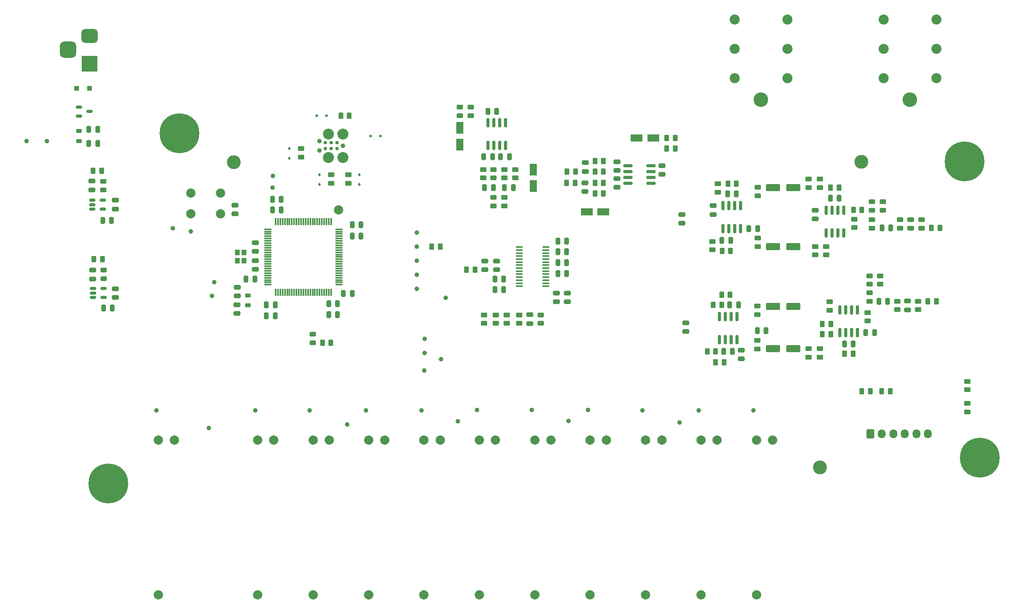
<source format=gbr>
%TF.GenerationSoftware,KiCad,Pcbnew,8.0.6-8.0.6-0~ubuntu22.04.1*%
%TF.CreationDate,2024-11-15T16:44:39-05:00*%
%TF.ProjectId,multi-band-equalizer,6d756c74-692d-4626-916e-642d65717561,rev?*%
%TF.SameCoordinates,Original*%
%TF.FileFunction,Soldermask,Top*%
%TF.FilePolarity,Negative*%
%FSLAX46Y46*%
G04 Gerber Fmt 4.6, Leading zero omitted, Abs format (unit mm)*
G04 Created by KiCad (PCBNEW 8.0.6-8.0.6-0~ubuntu22.04.1) date 2024-11-15 16:44:39*
%MOMM*%
%LPD*%
G01*
G04 APERTURE LIST*
G04 Aperture macros list*
%AMRoundRect*
0 Rectangle with rounded corners*
0 $1 Rounding radius*
0 $2 $3 $4 $5 $6 $7 $8 $9 X,Y pos of 4 corners*
0 Add a 4 corners polygon primitive as box body*
4,1,4,$2,$3,$4,$5,$6,$7,$8,$9,$2,$3,0*
0 Add four circle primitives for the rounded corners*
1,1,$1+$1,$2,$3*
1,1,$1+$1,$4,$5*
1,1,$1+$1,$6,$7*
1,1,$1+$1,$8,$9*
0 Add four rect primitives between the rounded corners*
20,1,$1+$1,$2,$3,$4,$5,0*
20,1,$1+$1,$4,$5,$6,$7,0*
20,1,$1+$1,$6,$7,$8,$9,0*
20,1,$1+$1,$8,$9,$2,$3,0*%
G04 Aperture macros list end*
%ADD10RoundRect,0.250000X0.262500X0.450000X-0.262500X0.450000X-0.262500X-0.450000X0.262500X-0.450000X0*%
%ADD11RoundRect,0.250000X0.450000X-0.262500X0.450000X0.262500X-0.450000X0.262500X-0.450000X-0.262500X0*%
%ADD12C,1.000000*%
%ADD13RoundRect,0.250000X-0.262500X-0.450000X0.262500X-0.450000X0.262500X0.450000X-0.262500X0.450000X0*%
%ADD14RoundRect,0.250000X0.250000X0.475000X-0.250000X0.475000X-0.250000X-0.475000X0.250000X-0.475000X0*%
%ADD15RoundRect,0.250000X-0.475000X0.250000X-0.475000X-0.250000X0.475000X-0.250000X0.475000X0.250000X0*%
%ADD16RoundRect,0.250000X-0.250000X-0.475000X0.250000X-0.475000X0.250000X0.475000X-0.250000X0.475000X0*%
%ADD17RoundRect,0.250000X-0.450000X0.262500X-0.450000X-0.262500X0.450000X-0.262500X0.450000X0.262500X0*%
%ADD18RoundRect,0.150000X0.150000X-0.825000X0.150000X0.825000X-0.150000X0.825000X-0.150000X-0.825000X0*%
%ADD19RoundRect,0.250000X0.475000X-0.250000X0.475000X0.250000X-0.475000X0.250000X-0.475000X-0.250000X0*%
%ADD20RoundRect,0.150000X-0.512500X-0.150000X0.512500X-0.150000X0.512500X0.150000X-0.512500X0.150000X0*%
%ADD21RoundRect,0.250000X-0.550000X1.050000X-0.550000X-1.050000X0.550000X-1.050000X0.550000X1.050000X0*%
%ADD22RoundRect,0.250000X-1.250000X-0.550000X1.250000X-0.550000X1.250000X0.550000X-1.250000X0.550000X0*%
%ADD23C,3.000000*%
%ADD24C,0.900000*%
%ADD25C,8.600000*%
%ADD26RoundRect,0.112500X0.187500X0.112500X-0.187500X0.112500X-0.187500X-0.112500X0.187500X-0.112500X0*%
%ADD27RoundRect,0.150000X-0.150000X0.825000X-0.150000X-0.825000X0.150000X-0.825000X0.150000X0.825000X0*%
%ADD28RoundRect,0.218750X-0.381250X0.218750X-0.381250X-0.218750X0.381250X-0.218750X0.381250X0.218750X0*%
%ADD29RoundRect,0.112500X-0.187500X-0.112500X0.187500X-0.112500X0.187500X0.112500X-0.187500X0.112500X0*%
%ADD30RoundRect,0.243750X-0.456250X0.243750X-0.456250X-0.243750X0.456250X-0.243750X0.456250X0.243750X0*%
%ADD31R,1.000000X1.150000*%
%ADD32RoundRect,0.112500X-0.112500X0.187500X-0.112500X-0.187500X0.112500X-0.187500X0.112500X0.187500X0*%
%ADD33R,3.500000X3.500000*%
%ADD34RoundRect,0.750000X-1.000000X0.750000X-1.000000X-0.750000X1.000000X-0.750000X1.000000X0.750000X0*%
%ADD35RoundRect,0.875000X-0.875000X0.875000X-0.875000X-0.875000X0.875000X-0.875000X0.875000X0.875000X0*%
%ADD36C,2.000000*%
%ADD37RoundRect,0.250000X-0.600000X-0.725000X0.600000X-0.725000X0.600000X0.725000X-0.600000X0.725000X0*%
%ADD38O,1.700000X1.950000*%
%ADD39RoundRect,0.250000X-1.050000X-0.550000X1.050000X-0.550000X1.050000X0.550000X-1.050000X0.550000X0*%
%ADD40RoundRect,0.243750X0.456250X-0.243750X0.456250X0.243750X-0.456250X0.243750X-0.456250X-0.243750X0*%
%ADD41RoundRect,0.250000X0.550000X-1.050000X0.550000X1.050000X-0.550000X1.050000X-0.550000X-1.050000X0*%
%ADD42C,2.175000*%
%ADD43C,3.150000*%
%ADD44C,2.374900*%
%ADD45C,0.990600*%
%ADD46C,0.787400*%
%ADD47RoundRect,0.150000X-0.825000X-0.150000X0.825000X-0.150000X0.825000X0.150000X-0.825000X0.150000X0*%
%ADD48RoundRect,0.075000X-0.725000X-0.075000X0.725000X-0.075000X0.725000X0.075000X-0.725000X0.075000X0*%
%ADD49RoundRect,0.075000X-0.075000X-0.725000X0.075000X-0.725000X0.075000X0.725000X-0.075000X0.725000X0*%
%ADD50RoundRect,0.100000X-0.637500X-0.100000X0.637500X-0.100000X0.637500X0.100000X-0.637500X0.100000X0*%
%ADD51RoundRect,0.250000X-0.300000X-0.300000X0.300000X-0.300000X0.300000X0.300000X-0.300000X0.300000X0*%
%ADD52RoundRect,0.250000X1.050000X0.550000X-1.050000X0.550000X-1.050000X-0.550000X1.050000X-0.550000X0*%
%ADD53C,0.001000*%
G04 APERTURE END LIST*
D10*
%TO.C,R18*%
X214652500Y-188162500D03*
X212827500Y-188162500D03*
%TD*%
D11*
%TO.C,R62*%
X371520000Y-206392500D03*
X371520000Y-204567500D03*
%TD*%
D12*
%TO.C,TP22*%
X291777500Y-242475000D03*
%TD*%
D13*
%TO.C,R10*%
X262487500Y-225430000D03*
X264312500Y-225430000D03*
%TD*%
D14*
%TO.C,C16*%
X301705000Y-213925000D03*
X299805000Y-213925000D03*
%TD*%
D11*
%TO.C,R8*%
X297505000Y-221225000D03*
X297505000Y-219400000D03*
%TD*%
D15*
%TO.C,C64*%
X340320000Y-197630000D03*
X340320000Y-199530000D03*
%TD*%
D12*
%TO.C,TP20*%
X289137500Y-215675000D03*
%TD*%
D14*
%TO.C,C7*%
X252230000Y-219630000D03*
X250330000Y-219630000D03*
%TD*%
D16*
%TO.C,C46*%
X380135000Y-223245000D03*
X382035000Y-223245000D03*
%TD*%
D11*
%TO.C,R72*%
X301910016Y-195782500D03*
X301910016Y-193957500D03*
%TD*%
D17*
%TO.C,R67*%
X348095000Y-190982500D03*
X348095000Y-192807500D03*
%TD*%
D16*
%TO.C,C30*%
X211890000Y-179240000D03*
X213790000Y-179240000D03*
%TD*%
D10*
%TO.C,R5*%
X295517500Y-209610000D03*
X293692500Y-209610000D03*
%TD*%
D15*
%TO.C,C79*%
X326220000Y-189835000D03*
X326220000Y-191735000D03*
%TD*%
D17*
%TO.C,R63*%
X356720000Y-202767500D03*
X356720000Y-204592500D03*
%TD*%
D18*
%TO.C,U9*%
X298310000Y-182685000D03*
X299580000Y-182685000D03*
X300850000Y-182685000D03*
X302120000Y-182685000D03*
X302120000Y-177735000D03*
X300850000Y-177735000D03*
X299580000Y-177735000D03*
X298310000Y-177735000D03*
%TD*%
D16*
%TO.C,C15*%
X313430000Y-208040000D03*
X315330000Y-208040000D03*
%TD*%
D11*
%TO.C,R35*%
X386955000Y-218270000D03*
X386955000Y-216445000D03*
%TD*%
%TO.C,R47*%
X369220000Y-206392500D03*
X369220000Y-204567500D03*
%TD*%
D19*
%TO.C,C1*%
X247947500Y-205625000D03*
X247947500Y-203725000D03*
%TD*%
D20*
%TO.C,Q1*%
X209790000Y-174400000D03*
X209790000Y-176300000D03*
X212065000Y-175350000D03*
%TD*%
D19*
%TO.C,C57*%
X341120000Y-222980000D03*
X341120000Y-221080000D03*
%TD*%
D15*
%TO.C,C76*%
X336020000Y-187085000D03*
X336020000Y-188985000D03*
%TD*%
D12*
%TO.C,TP10*%
X282945000Y-204625000D03*
%TD*%
D10*
%TO.C,R15*%
X381102500Y-235910000D03*
X379277500Y-235910000D03*
%TD*%
D11*
%TO.C,R39*%
X367720000Y-228542500D03*
X367720000Y-226717500D03*
%TD*%
D13*
%TO.C,R60*%
X349020000Y-205580000D03*
X350845000Y-205580000D03*
%TD*%
D21*
%TO.C,C74*%
X308170000Y-187910000D03*
X308170000Y-191510000D03*
%TD*%
D22*
%TO.C,C60*%
X360020000Y-226730000D03*
X364420000Y-226730000D03*
%TD*%
D15*
%TO.C,C28*%
X217665000Y-213712500D03*
X217665000Y-215612500D03*
%TD*%
D16*
%TO.C,C68*%
X297562508Y-191825000D03*
X299462508Y-191825000D03*
%TD*%
D12*
%TO.C,TP8*%
X282945000Y-210725000D03*
%TD*%
D15*
%TO.C,C56*%
X353220000Y-227030000D03*
X353220000Y-228930000D03*
%TD*%
D13*
%TO.C,R82*%
X337007500Y-183385000D03*
X338832500Y-183385000D03*
%TD*%
%TO.C,R80*%
X315345000Y-190802508D03*
X317170000Y-190802508D03*
%TD*%
D15*
%TO.C,C18*%
X297680000Y-207710000D03*
X297680000Y-209610000D03*
%TD*%
D23*
%TO.C,FID3*%
X370190000Y-252460000D03*
%TD*%
D16*
%TO.C,C29*%
X215077500Y-217912500D03*
X216977500Y-217912500D03*
%TD*%
D18*
%TO.C,U8*%
X349205000Y-200680000D03*
X350475000Y-200680000D03*
X351745000Y-200680000D03*
X353015000Y-200680000D03*
X353015000Y-195730000D03*
X351745000Y-195730000D03*
X350475000Y-195730000D03*
X349205000Y-195730000D03*
%TD*%
D14*
%TO.C,C61*%
X350870000Y-203280000D03*
X348970000Y-203280000D03*
%TD*%
D15*
%TO.C,C63*%
X347085000Y-195730000D03*
X347085000Y-197630000D03*
%TD*%
D11*
%TO.C,R43*%
X381470000Y-200592500D03*
X381470000Y-198767500D03*
%TD*%
D14*
%TO.C,C73*%
X303802508Y-191815000D03*
X301902508Y-191815000D03*
%TD*%
D13*
%TO.C,R76*%
X321495000Y-186022508D03*
X323320000Y-186022508D03*
%TD*%
D16*
%TO.C,C14*%
X313430000Y-210440000D03*
X315330000Y-210440000D03*
%TD*%
D12*
%TO.C,TP12*%
X202830000Y-181710000D03*
%TD*%
D17*
%TO.C,R4*%
X257840000Y-183375000D03*
X257840000Y-185200000D03*
%TD*%
D11*
%TO.C,R30*%
X380955000Y-212747500D03*
X380955000Y-210922500D03*
%TD*%
D12*
%TO.C,TP19*%
X239047500Y-212295000D03*
%TD*%
D19*
%TO.C,C52*%
X389870000Y-200630000D03*
X389870000Y-198730000D03*
%TD*%
D17*
%TO.C,R31*%
X383235000Y-210917500D03*
X383235000Y-212742500D03*
%TD*%
D14*
%TO.C,C10*%
X247850000Y-211675000D03*
X245950000Y-211675000D03*
%TD*%
D16*
%TO.C,C53*%
X372475000Y-194080000D03*
X374375000Y-194080000D03*
%TD*%
D20*
%TO.C,U3*%
X212777500Y-213700000D03*
X212777500Y-214650000D03*
X212777500Y-215600000D03*
X215052500Y-215600000D03*
X215052500Y-213700000D03*
%TD*%
D11*
%TO.C,R70*%
X299462508Y-189725000D03*
X299462508Y-187900000D03*
%TD*%
D24*
%TO.C,H2*%
X398295000Y-186110000D03*
X399239581Y-183829581D03*
X399239581Y-188390419D03*
X401520000Y-182885000D03*
D25*
X401520000Y-186110000D03*
D24*
X401520000Y-189335000D03*
X403800419Y-183829581D03*
X403800419Y-188390419D03*
X404745000Y-186110000D03*
%TD*%
D22*
%TO.C,C62*%
X360020000Y-204580000D03*
X364420000Y-204580000D03*
%TD*%
D16*
%TO.C,C34*%
X214915000Y-198912500D03*
X216815000Y-198912500D03*
%TD*%
D26*
%TO.C,D2*%
X263315000Y-176237500D03*
X261215000Y-176237500D03*
%TD*%
D17*
%TO.C,R66*%
X356720000Y-191767500D03*
X356720000Y-193592500D03*
%TD*%
D15*
%TO.C,C2*%
X247947500Y-207625000D03*
X247947500Y-209525000D03*
%TD*%
D11*
%TO.C,R71*%
X292215000Y-176222500D03*
X292215000Y-174397500D03*
%TD*%
%TO.C,R41*%
X381470000Y-196692500D03*
X381470000Y-194867500D03*
%TD*%
D17*
%TO.C,R3*%
X268102500Y-189025000D03*
X268102500Y-190850000D03*
%TD*%
D14*
%TO.C,C49*%
X377415000Y-225700000D03*
X375515000Y-225700000D03*
%TD*%
D12*
%TO.C,TP23*%
X339777500Y-242675000D03*
%TD*%
D13*
%TO.C,R16*%
X383607500Y-235920000D03*
X385432500Y-235920000D03*
%TD*%
D27*
%TO.C,U7*%
X352225000Y-219780000D03*
X350955000Y-219780000D03*
X349685000Y-219780000D03*
X348415000Y-219780000D03*
X348415000Y-224730000D03*
X349685000Y-224730000D03*
X350955000Y-224730000D03*
X352225000Y-224730000D03*
%TD*%
D28*
%TO.C,FB1*%
X246340000Y-215187500D03*
X246340000Y-217312500D03*
%TD*%
D13*
%TO.C,R49*%
X377457500Y-196680000D03*
X379282500Y-196680000D03*
%TD*%
D17*
%TO.C,R2*%
X264365000Y-189025000D03*
X264365000Y-190850000D03*
%TD*%
D15*
%TO.C,C33*%
X217590000Y-194562500D03*
X217590000Y-196462500D03*
%TD*%
%TO.C,C48*%
X389155000Y-216407500D03*
X389155000Y-218307500D03*
%TD*%
D11*
%TO.C,R17*%
X402080000Y-235632500D03*
X402080000Y-233807500D03*
%TD*%
%TO.C,R75*%
X304210016Y-189727500D03*
X304210016Y-187902500D03*
%TD*%
D29*
%TO.C,D1*%
X272912500Y-180610000D03*
X275012500Y-180610000D03*
%TD*%
D23*
%TO.C,FID1*%
X243320000Y-186360000D03*
%TD*%
D14*
%TO.C,C17*%
X301705000Y-211625000D03*
X299805000Y-211625000D03*
%TD*%
D17*
%TO.C,R9*%
X309705000Y-219387500D03*
X309705000Y-221212500D03*
%TD*%
%TO.C,R48*%
X377670000Y-198667500D03*
X377670000Y-200492500D03*
%TD*%
D10*
%TO.C,R40*%
X377377500Y-227800000D03*
X375552500Y-227800000D03*
%TD*%
D14*
%TO.C,C47*%
X384855000Y-216445000D03*
X382955000Y-216445000D03*
%TD*%
D30*
%TO.C,D9*%
X215040000Y-190487500D03*
X215040000Y-192362500D03*
%TD*%
D14*
%TO.C,C65*%
X356720000Y-200680000D03*
X354820000Y-200680000D03*
%TD*%
D16*
%TO.C,C26*%
X268940000Y-202350000D03*
X270840000Y-202350000D03*
%TD*%
D12*
%TO.C,TP21*%
X237897500Y-243885000D03*
%TD*%
%TO.C,TP6*%
X284580000Y-224580000D03*
%TD*%
D11*
%TO.C,R65*%
X370225000Y-191792500D03*
X370225000Y-189967500D03*
%TD*%
D13*
%TO.C,R51*%
X372512500Y-191805000D03*
X374337500Y-191805000D03*
%TD*%
D10*
%TO.C,R33*%
X395417500Y-216445000D03*
X393592500Y-216445000D03*
%TD*%
D17*
%TO.C,R14*%
X402080000Y-238587500D03*
X402080000Y-240412500D03*
%TD*%
D24*
%TO.C,H3*%
X212885000Y-255920000D03*
X213829581Y-253639581D03*
X213829581Y-258200419D03*
X216110000Y-252695000D03*
D25*
X216110000Y-255920000D03*
D24*
X216110000Y-259145000D03*
X218390419Y-253639581D03*
X218390419Y-258200419D03*
X219335000Y-255920000D03*
%TD*%
D12*
%TO.C,TP1*%
X251632500Y-191800000D03*
%TD*%
D15*
%TO.C,C22*%
X315520000Y-214640000D03*
X315520000Y-216540000D03*
%TD*%
D31*
%TO.C,Y1*%
X244047500Y-205875000D03*
X244047500Y-207625000D03*
X245447500Y-207625000D03*
X245447500Y-205875000D03*
%TD*%
D13*
%TO.C,R77*%
X315445000Y-188322508D03*
X317270000Y-188322508D03*
%TD*%
D32*
%TO.C,D5*%
X255315000Y-183387500D03*
X255315000Y-185487500D03*
%TD*%
D14*
%TO.C,C66*%
X352120000Y-193180000D03*
X350220000Y-193180000D03*
%TD*%
D17*
%TO.C,R50*%
X367725000Y-189967500D03*
X367725000Y-191792500D03*
%TD*%
D13*
%TO.C,R83*%
X321487500Y-193102508D03*
X323312500Y-193102508D03*
%TD*%
D19*
%TO.C,C13*%
X243565000Y-197500000D03*
X243565000Y-195600000D03*
%TD*%
D30*
%TO.C,D7*%
X215102500Y-209675000D03*
X215102500Y-211550000D03*
%TD*%
D12*
%TO.C,TP16*%
X288147500Y-229005000D03*
%TD*%
D11*
%TO.C,R34*%
X391455000Y-218270000D03*
X391455000Y-216445000D03*
%TD*%
D32*
%TO.C,D3*%
X261840000Y-189025000D03*
X261840000Y-191125000D03*
%TD*%
D15*
%TO.C,C21*%
X313120000Y-214640000D03*
X313120000Y-216540000D03*
%TD*%
D11*
%TO.C,R73*%
X301910016Y-189722500D03*
X301910016Y-187897500D03*
%TD*%
D24*
%TO.C,H1*%
X228275000Y-180030000D03*
X229219581Y-177749581D03*
X229219581Y-182310419D03*
X231500000Y-176805000D03*
D25*
X231500000Y-180030000D03*
D24*
X231500000Y-183255000D03*
X233780419Y-177749581D03*
X233780419Y-182310419D03*
X234725000Y-180030000D03*
%TD*%
D16*
%TO.C,C3*%
X251640000Y-194350000D03*
X253540000Y-194350000D03*
%TD*%
D22*
%TO.C,C67*%
X360020000Y-191780000D03*
X364420000Y-191780000D03*
%TD*%
D11*
%TO.C,R32*%
X380955000Y-216447500D03*
X380955000Y-214622500D03*
%TD*%
D14*
%TO.C,C24*%
X315330000Y-203440000D03*
X313430000Y-203440000D03*
%TD*%
D11*
%TO.C,R61*%
X346935000Y-205317500D03*
X346935000Y-203492500D03*
%TD*%
%TO.C,R68*%
X297272508Y-189717500D03*
X297272508Y-187892500D03*
%TD*%
D12*
%TO.C,TP2*%
X238515000Y-215300000D03*
%TD*%
D33*
%TO.C,J3*%
X212070000Y-164960000D03*
D34*
X212070000Y-158960000D03*
D35*
X207370000Y-161960000D03*
%TD*%
D16*
%TO.C,C58*%
X356620000Y-222830000D03*
X358520000Y-222830000D03*
%TD*%
D12*
%TO.C,TP15*%
X251727500Y-189255000D03*
%TD*%
D15*
%TO.C,C12*%
X243990000Y-217225000D03*
X243990000Y-219125000D03*
%TD*%
D11*
%TO.C,R55*%
X356620000Y-219342500D03*
X356620000Y-217517500D03*
%TD*%
D20*
%TO.C,U4*%
X212627500Y-194562500D03*
X212627500Y-195512500D03*
X212627500Y-196462500D03*
X214902500Y-196462500D03*
X214902500Y-194562500D03*
%TD*%
D12*
%TO.C,TP9*%
X282945000Y-207675000D03*
%TD*%
D11*
%TO.C,R37*%
X380490000Y-220732500D03*
X380490000Y-218907500D03*
%TD*%
D13*
%TO.C,R81*%
X321487500Y-190802508D03*
X323312500Y-190802508D03*
%TD*%
D15*
%TO.C,C19*%
X300180000Y-207710000D03*
X300180000Y-209610000D03*
%TD*%
D11*
%TO.C,R38*%
X372295000Y-218377500D03*
X372295000Y-216552500D03*
%TD*%
D10*
%TO.C,R44*%
X396182500Y-200580000D03*
X394357500Y-200580000D03*
%TD*%
D12*
%TO.C,TP4*%
X284510000Y-231450000D03*
%TD*%
D11*
%TO.C,R74*%
X294615000Y-176222500D03*
X294615000Y-174397500D03*
%TD*%
D14*
%TO.C,C70*%
X299315000Y-185110000D03*
X297415000Y-185110000D03*
%TD*%
D36*
%TO.C,SW1*%
X233940000Y-193000000D03*
X240440000Y-193000000D03*
X233940000Y-197500000D03*
X240440000Y-197500000D03*
%TD*%
D37*
%TO.C,J5*%
X381100000Y-245150000D03*
D38*
X383600000Y-245150000D03*
X386100000Y-245150000D03*
X388600000Y-245150000D03*
X391100000Y-245150000D03*
X393600000Y-245150000D03*
%TD*%
D13*
%TO.C,R79*%
X337007500Y-181085000D03*
X338832500Y-181085000D03*
%TD*%
D39*
%TO.C,C78*%
X330520000Y-181085000D03*
X334120000Y-181085000D03*
%TD*%
D16*
%TO.C,C72*%
X301065000Y-185110000D03*
X302965000Y-185110000D03*
%TD*%
D14*
%TO.C,C23*%
X315330000Y-205740000D03*
X313430000Y-205740000D03*
%TD*%
D19*
%TO.C,C77*%
X326220000Y-188135000D03*
X326220000Y-186235000D03*
%TD*%
D10*
%TO.C,R13*%
X214815000Y-207312500D03*
X212990000Y-207312500D03*
%TD*%
D19*
%TO.C,C11*%
X244015000Y-215300000D03*
X244015000Y-213400000D03*
%TD*%
D12*
%TO.C,TP3*%
X233940000Y-201300000D03*
%TD*%
D17*
%TO.C,R57*%
X370220000Y-226717500D03*
X370220000Y-228542500D03*
%TD*%
D40*
%TO.C,D6*%
X260350000Y-225427500D03*
X260350000Y-223552500D03*
%TD*%
D14*
%TO.C,C51*%
X385520000Y-200580000D03*
X383620000Y-200580000D03*
%TD*%
D17*
%TO.C,R45*%
X392170000Y-198767500D03*
X392170000Y-200592500D03*
%TD*%
D14*
%TO.C,C4*%
X265750000Y-216960000D03*
X263850000Y-216960000D03*
%TD*%
D16*
%TO.C,C69*%
X298320000Y-175310000D03*
X300220000Y-175310000D03*
%TD*%
D17*
%TO.C,R42*%
X383870000Y-194867500D03*
X383870000Y-196692500D03*
%TD*%
D41*
%TO.C,C71*%
X292215000Y-182510000D03*
X292215000Y-178910000D03*
%TD*%
D11*
%TO.C,R7*%
X300005000Y-221237500D03*
X300005000Y-219412500D03*
%TD*%
D13*
%TO.C,R78*%
X321495000Y-188322508D03*
X323320000Y-188322508D03*
%TD*%
D16*
%TO.C,C31*%
X211890000Y-182250000D03*
X213790000Y-182250000D03*
%TD*%
D19*
%TO.C,C80*%
X319347500Y-192702508D03*
X319347500Y-190802508D03*
%TD*%
D42*
%TO.C,J4*%
X363150000Y-155400000D03*
X363150000Y-161750000D03*
X363150000Y-168100000D03*
X351750000Y-155400000D03*
X351750000Y-161750000D03*
X351750000Y-168100000D03*
D43*
X357450000Y-172730000D03*
%TD*%
D12*
%TO.C,TP14*%
X230067500Y-200655000D03*
%TD*%
D36*
%TO.C,FID7*%
X265950000Y-196690000D03*
%TD*%
D13*
%TO.C,R54*%
X370732500Y-223550000D03*
X372557500Y-223550000D03*
%TD*%
%TO.C,R59*%
X347607500Y-229630000D03*
X349432500Y-229630000D03*
%TD*%
D12*
%TO.C,TP7*%
X282945000Y-213775000D03*
%TD*%
D14*
%TO.C,C5*%
X265750000Y-219360000D03*
X263850000Y-219360000D03*
%TD*%
D16*
%TO.C,C8*%
X268940000Y-199850000D03*
X270840000Y-199850000D03*
%TD*%
D44*
%TO.C,J1*%
X266940000Y-185277500D03*
D45*
X266940000Y-182737500D03*
D44*
X266940000Y-180197500D03*
X263765000Y-185277500D03*
X263765000Y-180197500D03*
D45*
X261860000Y-183753500D03*
X261860000Y-181721500D03*
D46*
X265670000Y-182102500D03*
X265670000Y-183372500D03*
X264400000Y-182102500D03*
X264400000Y-183372500D03*
X263130000Y-182102500D03*
X263130000Y-183372500D03*
%TD*%
D15*
%TO.C,C50*%
X369220000Y-196730000D03*
X369220000Y-198630000D03*
%TD*%
D23*
%TO.C,FID2*%
X379200000Y-186270000D03*
%TD*%
D27*
%TO.C,U5*%
X378345000Y-218295000D03*
X377075000Y-218295000D03*
X375805000Y-218295000D03*
X374535000Y-218295000D03*
X374535000Y-223245000D03*
X375805000Y-223245000D03*
X377075000Y-223245000D03*
X378345000Y-223245000D03*
%TD*%
D16*
%TO.C,C9*%
X251640000Y-196650000D03*
X253540000Y-196650000D03*
%TD*%
D14*
%TO.C,C6*%
X252230000Y-217230000D03*
X250330000Y-217230000D03*
%TD*%
D47*
%TO.C,U10*%
X328645000Y-187080000D03*
X328645000Y-188350000D03*
X328645000Y-189620000D03*
X328645000Y-190890000D03*
X333595000Y-190890000D03*
X333595000Y-189620000D03*
X333595000Y-188350000D03*
X333595000Y-187080000D03*
%TD*%
D24*
%TO.C,H4*%
X401575000Y-250340000D03*
X402519581Y-248059581D03*
X402519581Y-252620419D03*
X404800000Y-247115000D03*
D25*
X404800000Y-250340000D03*
D24*
X404800000Y-253565000D03*
X407080419Y-248059581D03*
X407080419Y-252620419D03*
X408025000Y-250340000D03*
%TD*%
D19*
%TO.C,C32*%
X212540000Y-192312500D03*
X212540000Y-190412500D03*
%TD*%
D48*
%TO.C,U2*%
X250672500Y-200850000D03*
X250672500Y-201350000D03*
X250672500Y-201850000D03*
X250672500Y-202350000D03*
X250672500Y-202850000D03*
X250672500Y-203350000D03*
X250672500Y-203850000D03*
X250672500Y-204350000D03*
X250672500Y-204850000D03*
X250672500Y-205350000D03*
X250672500Y-205850000D03*
X250672500Y-206350000D03*
X250672500Y-206850000D03*
X250672500Y-207350000D03*
X250672500Y-207850000D03*
X250672500Y-208350000D03*
X250672500Y-208850000D03*
X250672500Y-209350000D03*
X250672500Y-209850000D03*
X250672500Y-210350000D03*
X250672500Y-210850000D03*
X250672500Y-211350000D03*
X250672500Y-211850000D03*
X250672500Y-212350000D03*
X250672500Y-212850000D03*
D49*
X252347500Y-214525000D03*
X252847500Y-214525000D03*
X253347500Y-214525000D03*
X253847500Y-214525000D03*
X254347500Y-214525000D03*
X254847500Y-214525000D03*
X255347500Y-214525000D03*
X255847500Y-214525000D03*
X256347500Y-214525000D03*
X256847500Y-214525000D03*
X257347500Y-214525000D03*
X257847500Y-214525000D03*
X258347500Y-214525000D03*
X258847500Y-214525000D03*
X259347500Y-214525000D03*
X259847500Y-214525000D03*
X260347500Y-214525000D03*
X260847500Y-214525000D03*
X261347500Y-214525000D03*
X261847500Y-214525000D03*
X262347500Y-214525000D03*
X262847500Y-214525000D03*
X263347500Y-214525000D03*
X263847500Y-214525000D03*
X264347500Y-214525000D03*
D48*
X266022500Y-212850000D03*
X266022500Y-212350000D03*
X266022500Y-211850000D03*
X266022500Y-211350000D03*
X266022500Y-210850000D03*
X266022500Y-210350000D03*
X266022500Y-209850000D03*
X266022500Y-209350000D03*
X266022500Y-208850000D03*
X266022500Y-208350000D03*
X266022500Y-207850000D03*
X266022500Y-207350000D03*
X266022500Y-206850000D03*
X266022500Y-206350000D03*
X266022500Y-205850000D03*
X266022500Y-205350000D03*
X266022500Y-204850000D03*
X266022500Y-204350000D03*
X266022500Y-203850000D03*
X266022500Y-203350000D03*
X266022500Y-202850000D03*
X266022500Y-202350000D03*
X266022500Y-201850000D03*
X266022500Y-201350000D03*
X266022500Y-200850000D03*
D49*
X264347500Y-199175000D03*
X263847500Y-199175000D03*
X263347500Y-199175000D03*
X262847500Y-199175000D03*
X262347500Y-199175000D03*
X261847500Y-199175000D03*
X261347500Y-199175000D03*
X260847500Y-199175000D03*
X260347500Y-199175000D03*
X259847500Y-199175000D03*
X259347500Y-199175000D03*
X258847500Y-199175000D03*
X258347500Y-199175000D03*
X257847500Y-199175000D03*
X257347500Y-199175000D03*
X256847500Y-199175000D03*
X256347500Y-199175000D03*
X255847500Y-199175000D03*
X255347500Y-199175000D03*
X254847500Y-199175000D03*
X254347500Y-199175000D03*
X253847500Y-199175000D03*
X253347500Y-199175000D03*
X252847500Y-199175000D03*
X252347500Y-199175000D03*
%TD*%
D17*
%TO.C,R46*%
X387570000Y-198767500D03*
X387570000Y-200592500D03*
%TD*%
D12*
%TO.C,TP18*%
X315777500Y-242375000D03*
%TD*%
D28*
%TO.C,FB2*%
X209790000Y-179587500D03*
X209790000Y-181712500D03*
%TD*%
D12*
%TO.C,TP5*%
X284580000Y-227600000D03*
%TD*%
D42*
%TO.C,J2*%
X395410000Y-155400000D03*
X395410000Y-161750000D03*
X395410000Y-168100000D03*
X384010000Y-155400000D03*
X384010000Y-161750000D03*
X384010000Y-168100000D03*
D43*
X389710000Y-172730000D03*
%TD*%
D12*
%TO.C,TP17*%
X267827500Y-243125000D03*
%TD*%
D50*
%TO.C,U1*%
X305085000Y-204725000D03*
X305085000Y-205375000D03*
X305085000Y-206025000D03*
X305085000Y-206675000D03*
X305085000Y-207325000D03*
X305085000Y-207975000D03*
X305085000Y-208625000D03*
X305085000Y-209275000D03*
X305085000Y-209925000D03*
X305085000Y-210575000D03*
X305085000Y-211225000D03*
X305085000Y-211875000D03*
X305085000Y-212525000D03*
X305085000Y-213175000D03*
X310810000Y-213175000D03*
X310810000Y-212525000D03*
X310810000Y-211875000D03*
X310810000Y-211225000D03*
X310810000Y-210575000D03*
X310810000Y-209925000D03*
X310810000Y-209275000D03*
X310810000Y-208625000D03*
X310810000Y-207975000D03*
X310810000Y-207325000D03*
X310810000Y-206675000D03*
X310810000Y-206025000D03*
X310810000Y-205375000D03*
X310810000Y-204725000D03*
%TD*%
D13*
%TO.C,R64*%
X350292500Y-190985000D03*
X352117500Y-190985000D03*
%TD*%
D11*
%TO.C,R58*%
X356620000Y-226755000D03*
X356620000Y-224930000D03*
%TD*%
D16*
%TO.C,C59*%
X349370000Y-227330000D03*
X351270000Y-227330000D03*
%TD*%
D12*
%TO.C,TP13*%
X198432500Y-181725000D03*
%TD*%
D11*
%TO.C,R6*%
X305105000Y-221212500D03*
X305105000Y-219387500D03*
%TD*%
D13*
%TO.C,R53*%
X348907500Y-215030000D03*
X350732500Y-215030000D03*
%TD*%
%TO.C,R52*%
X347095000Y-217230000D03*
X348920000Y-217230000D03*
%TD*%
D51*
%TO.C,D8*%
X209270000Y-170300000D03*
X212070000Y-170300000D03*
%TD*%
D17*
%TO.C,R11*%
X302405000Y-219400000D03*
X302405000Y-221225000D03*
%TD*%
D16*
%TO.C,C25*%
X266997500Y-214775000D03*
X268897500Y-214775000D03*
%TD*%
D12*
%TO.C,TP11*%
X282945000Y-201575000D03*
%TD*%
D13*
%TO.C,R36*%
X370732500Y-221350000D03*
X372557500Y-221350000D03*
%TD*%
D32*
%TO.C,D4*%
X270490000Y-189025000D03*
X270490000Y-191125000D03*
%TD*%
D15*
%TO.C,C75*%
X319407500Y-186422508D03*
X319407500Y-188322508D03*
%TD*%
D16*
%TO.C,C54*%
X350682500Y-217230000D03*
X352582500Y-217230000D03*
%TD*%
D19*
%TO.C,C27*%
X212702500Y-211612500D03*
X212702500Y-209712500D03*
%TD*%
D13*
%TO.C,R1*%
X266452500Y-176237500D03*
X268277500Y-176237500D03*
%TD*%
D15*
%TO.C,C20*%
X307405000Y-219350000D03*
X307405000Y-221250000D03*
%TD*%
D13*
%TO.C,R56*%
X345807500Y-227330000D03*
X347632500Y-227330000D03*
%TD*%
D52*
%TO.C,C81*%
X323320000Y-197090000D03*
X319720000Y-197090000D03*
%TD*%
D11*
%TO.C,R69*%
X299470016Y-195787500D03*
X299470016Y-193962500D03*
%TD*%
D13*
%TO.C,R12*%
X286157500Y-204625000D03*
X287982500Y-204625000D03*
%TD*%
D22*
%TO.C,C55*%
X360020000Y-217530000D03*
X364420000Y-217530000D03*
%TD*%
D18*
%TO.C,U6*%
X371515000Y-201655000D03*
X372785000Y-201655000D03*
X374055000Y-201655000D03*
X375325000Y-201655000D03*
X375325000Y-196705000D03*
X374055000Y-196705000D03*
X372785000Y-196705000D03*
X371515000Y-196705000D03*
%TD*%
D12*
%TO.C,TP31*%
X271890000Y-240080000D03*
%TD*%
D53*
%TO.C,RV3*%
X338452500Y-275875000D03*
X338452500Y-250675000D03*
X329952500Y-274675000D03*
X329952500Y-251875000D03*
D36*
X332452500Y-246525000D03*
X335952500Y-246525000D03*
X332452500Y-280025000D03*
%TD*%
D12*
%TO.C,TP26*%
X331730000Y-240080000D03*
%TD*%
%TO.C,TP27*%
X319980000Y-239960000D03*
%TD*%
%TO.C,TP28*%
X307830000Y-239970000D03*
%TD*%
D53*
%TO.C,RV9*%
X266452500Y-275875000D03*
X266452500Y-250675000D03*
X257952500Y-274675000D03*
X257952500Y-251875000D03*
D36*
X260452500Y-246525000D03*
X263952500Y-246525000D03*
X260452500Y-280025000D03*
%TD*%
D53*
%TO.C,RV11*%
X232952500Y-275875000D03*
X232952500Y-250675000D03*
X224452500Y-274675000D03*
X224452500Y-251875000D03*
D36*
X226952500Y-246525000D03*
X230452500Y-246525000D03*
X226952500Y-280025000D03*
%TD*%
D53*
%TO.C,RV7*%
X290452500Y-275875000D03*
X290452500Y-250675000D03*
X281952500Y-274675000D03*
X281952500Y-251875000D03*
D36*
X284452500Y-246525000D03*
X287952500Y-246525000D03*
X284452500Y-280025000D03*
%TD*%
D12*
%TO.C,TP33*%
X247940000Y-240080000D03*
%TD*%
D53*
%TO.C,RV5*%
X314452500Y-275875000D03*
X314452500Y-250675000D03*
X305952500Y-274675000D03*
X305952500Y-251875000D03*
D36*
X308452500Y-246525000D03*
X311952500Y-246525000D03*
X308452500Y-280025000D03*
%TD*%
D53*
%TO.C,RV4*%
X326452500Y-275875000D03*
X326452500Y-250675000D03*
X317952500Y-274675000D03*
X317952500Y-251875000D03*
D36*
X320452500Y-246525000D03*
X323952500Y-246525000D03*
X320452500Y-280025000D03*
%TD*%
D12*
%TO.C,TP25*%
X343940000Y-240080000D03*
%TD*%
%TO.C,TP32*%
X259690000Y-240080000D03*
%TD*%
D53*
%TO.C,RV8*%
X278452500Y-275875000D03*
X278452500Y-250675000D03*
X269952500Y-274675000D03*
X269952500Y-251875000D03*
D36*
X272452500Y-246525000D03*
X275952500Y-246525000D03*
X272452500Y-280025000D03*
%TD*%
D53*
%TO.C,RV1*%
X362452500Y-275875000D03*
X362452500Y-250675000D03*
X353952500Y-274675000D03*
X353952500Y-251875000D03*
D36*
X356452500Y-246525000D03*
X359952500Y-246525000D03*
X356452500Y-280025000D03*
%TD*%
D12*
%TO.C,TP24*%
X355800000Y-240080000D03*
%TD*%
D53*
%TO.C,RV10*%
X254452500Y-275875000D03*
X254452500Y-250675000D03*
X245952500Y-274675000D03*
X245952500Y-251875000D03*
D36*
X248452500Y-246525000D03*
X251952500Y-246525000D03*
X248452500Y-280025000D03*
%TD*%
D12*
%TO.C,TP34*%
X226540000Y-240080000D03*
%TD*%
%TO.C,TP29*%
X295950000Y-239990000D03*
%TD*%
D53*
%TO.C,RV6*%
X302452500Y-275875000D03*
X302452500Y-250675000D03*
X293952500Y-274675000D03*
X293952500Y-251875000D03*
D36*
X296452500Y-246525000D03*
X299952500Y-246525000D03*
X296452500Y-280025000D03*
%TD*%
D53*
%TO.C,RV2*%
X350452500Y-275875000D03*
X350452500Y-250675000D03*
X341952500Y-274675000D03*
X341952500Y-251875000D03*
D36*
X344452500Y-246525000D03*
X347952500Y-246525000D03*
X344452500Y-280025000D03*
%TD*%
D12*
%TO.C,TP30*%
X283940000Y-240080000D03*
%TD*%
M02*

</source>
